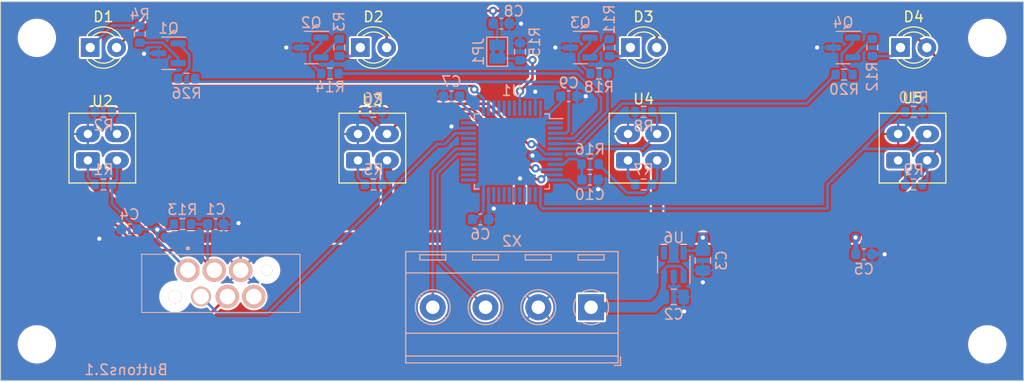
<source format=kicad_pcb>
(kicad_pcb (version 20221018) (generator pcbnew)
  (layers (0 "F.Cu" signal) (31 "B.Cu" signal) (34 "B.Paste" user) (35 "F.Paste" user) (36 "B.SilkS" user "B.Silkscreen") (37 "F.SilkS" user "F.Silkscreen") (38 "B.Mask" user) (39 "F.Mask" user) (44 "Edge.Cuts" user))
  (net 0 "")
  (net 1 "GNDD")
  (net 2 "+3.3V")
  (net 3 "Net-(U2-A)")
  (net 4 "/Pin0")
  (net 5 "/Light1")
  (net 6 "/Light0")
  (net 7 "Net-(U3-A)")
  (net 8 "/Pin1")
  (net 9 "Net-(U4-A)")
  (net 10 "/Pin2")
  (net 11 "Net-(U5-A)")
  (net 12 "/Pin3")
  (net 13 "/Light3")
  (net 14 "/Light2")
  (net 15 "Net-(U1-VDDA)")
  (net 30 "/USART1_CK")
  (net 31 "/USART1_TX")
  (net 32 "/USART1_RX")
  (net 35 "/SYS_SWDIO")
  (net 36 "/SYS_SWCLK")
  (net 46 "/5V")
  (net 47 "/NRST")
  (net 49 "Net-(D1-K)")
  (net 50 "Net-(D2-K)")
  (net 51 "Net-(D3-K)")
  (net 52 "Net-(D4-K)")
  (net 53 "Net-(JP1-B)")
  (net 54 "Net-(Q1-C)")
  (net 55 "Net-(Q1-B)")
  (net 56 "Net-(Q2-C)")
  (net 57 "Net-(Q2-B)")
  (net 58 "Net-(Q3-C)")
  (net 59 "Net-(Q3-B)")
  (net 60 "Net-(Q4-C)")
  (net 61 "Net-(Q4-B)")
  (footprint "MountingHole:MountingHole_3.2mm_M3" (layer "F.Cu") (at 92.09 117.07)
    (fp_text reference "H2" hide)
    (fp_text value "MountingHole" hide)
  )
  (footprint "Library:ITR20001" (layer "F.Cu") (at 123 99.36)
    (fp_text reference "U3")
    (fp_text value "ITR20001/T")
  )
  (footprint "LED_THT:LED_D3.0mm" (layer "F.Cu") (at 149.225 88.5)
    (fp_text reference "D3")
    (fp_text value "LED")
  )
  (footprint "MountingHole:MountingHole_3.2mm_M3" (layer "F.Cu") (at 183.58 117.07)
    (fp_text reference "H4" hide)
    (fp_text value "MountingHole" hide)
  )
  (footprint "MountingHole:MountingHole_3.2mm_M3" (layer "F.Cu") (at 92.09 87.57)
    (fp_text reference "H1" hide)
    (fp_text value "MountingHole" hide)
  )
  (footprint "LED_THT:LED_D3.0mm" (layer "F.Cu") (at 97.225 88.5)
    (fp_text reference "D1")
    (fp_text value "LED")
  )
  (footprint "Library:ITR20001" (layer "F.Cu") (at 97 99.36)
    (fp_text reference "U2")
    (fp_text value "ITR20001/T")
  )
  (footprint "Library:ITR20001" (layer "F.Cu") (at 149 99.36)
    (fp_text reference "U4")
    (fp_text value "ITR20001/T")
  )
  (footprint "Library:ITR20001" (layer "F.Cu") (at 175 99.36)
    (fp_text reference "U5")
    (fp_text value "ITR20001/T")
  )
  (footprint "LED_THT:LED_D3.0mm" (layer "F.Cu") (at 175.225 88.5)
    (fp_text reference "D4")
    (fp_text value "LED")
  )
  (footprint "LED_THT:LED_D3.0mm" (layer "F.Cu") (at 123.225 88.5)
    (fp_text reference "D2")
    (fp_text value "LED")
  )
  (footprint "MountingHole:MountingHole_3.2mm_M3" (layer "F.Cu") (at 183.58 87.57)
    (fp_text reference "H3" hide)
    (fp_text value "MountingHole" hide)
  )
  (footprint "Package_TO_SOT_SMD:SOT-23" (layer "B.Cu") (at 169.7 88.5 180)
    (fp_text reference "Q4")
    (fp_text value "NPN")
  )
  (footprint "Resistor_SMD:R_0603_1608Metric" (layer "B.Cu") (at 169.8 91.1)
    (fp_text reference "R20")
    (fp_text value "4.7kΩ")
  )
  (footprint "Resistor_SMD:R_0603_1608Metric" (layer "B.Cu") (at 124.5 101.68 180)
    (fp_text reference "R5")
    (fp_text value "470R")
  )
  (footprint "Resistor_SMD:R_0603_1608Metric" (layer "B.Cu") (at 120.3 91 180)
    (fp_text reference "R14")
    (fp_text value "4.7kΩ")
  )
  (footprint "Library:490107670612" (layer "B.Cu") (at 106.625 109.93 180)
    (fp_text reference "X1" hide)
    (fp_text value "CONN_6" hide)
  )
  (footprint "Capacitor_SMD:C_0603_1608Metric" (layer "B.Cu") (at 136.8 86.2)
    (fp_text reference "C8")
    (fp_text value "100n")
  )
  (footprint "Resistor_SMD:R_0603_1608Metric" (layer "B.Cu") (at 150.5 94.68 180)
    (fp_text reference "R8")
    (fp_text value "4K7")
  )
  (footprint "Jumper:SolderJumper-2_P1.3mm_Bridged2Bar_Pad1.0x1.5mm" (layer "B.Cu") (at 136.4 88.9 -90)
    (fp_text reference "JP1")
    (fp_text value "BOOT0")
  )
  (footprint "Resistor_SMD:R_0603_1608Metric" (layer "B.Cu") (at 172.51 88.5 -90)
    (fp_text reference "R12")
    (fp_text value "470Ω")
  )
  (footprint "Resistor_SMD:R_0603_1608Metric" (layer "B.Cu") (at 176.5 101.68 180)
    (fp_text reference "R9")
    (fp_text value "470R")
  )
  (footprint "Capacitor_SMD:C_0603_1608Metric" (layer "B.Cu") (at 145.33 101.22)
    (fp_text reference "C10")
    (fp_text value "100n")
  )
  (footprint "Capacitor_SMD:C_0603_1608Metric" (layer "B.Cu") (at 134.79 105.04)
    (fp_text reference "C6")
    (fp_text value "100n")
  )
  (footprint "Capacitor_SMD:C_0805_2012Metric" (layer "B.Cu") (at 156.2 109 -90)
    (fp_text reference "C3")
    (fp_text value "10u")
  )
  (footprint "Capacitor_SMD:C_0603_1608Metric" (layer "B.Cu") (at 132 93.2 180)
    (fp_text reference "C7")
    (fp_text value "100n")
  )
  (footprint "Package_TO_SOT_SMD:SOT-23" (layer "B.Cu") (at 144.4 88.5 180)
    (fp_text reference "Q3")
    (fp_text value "NPN")
  )
  (footprint "Package_QFP:LQFP-48_7x7mm_P0.5mm" (layer "B.Cu") (at 137.82 98.5 180)
    (fp_text reference "U1")
    (fp_text value "STM32L071CBTx")
  )
  (footprint "Resistor_SMD:R_0603_1608Metric" (layer "B.Cu") (at 124.5 94.68)
    (fp_text reference "R6")
    (fp_text value "4K7")
  )
  (footprint "Resistor_SMD:R_0603_1608Metric" (layer "B.Cu") (at 121.2 88.5 -90)
    (fp_text reference "R3")
    (fp_text value "470Ω")
  )
  (footprint "Capacitor_SMD:C_0603_1608Metric" (layer "B.Cu") (at 143.29 93.19)
    (fp_text reference "C9")
    (fp_text value "100n")
  )
  (footprint "Resistor_SMD:R_0603_1608Metric" (layer "B.Cu") (at 150.5 101.68 180)
    (fp_text reference "R7")
    (fp_text value "470R")
  )
  (footprint "Resistor_SMD:R_0603_1608Metric" (layer "B.Cu") (at 102 87.2 90)
    (fp_text reference "R4")
    (fp_text value "470Ω")
  )
  (footprint "Resistor_SMD:R_0603_1608Metric" (layer "B.Cu") (at 98.5 94.68 180)
    (fp_text reference "R2")
    (fp_text value "4K7")
  )
  (footprint "Package_TO_SOT_SMD:SOT-23-5" (layer "B.Cu") (at 153.4 109.4 90)
    (fp_text reference "U6")
    (fp_text value "MCP1824T-3302E/OT")
  )
  (footprint "Capacitor_SMD:C_0805_2012Metric" (layer "B.Cu") (at 153.4 112.5)
    (fp_text reference "C2")
    (fp_text value "10u")
  )
  (footprint "Resistor_SMD:R_0603_1608Metric" (layer "B.Cu") (at 145.33 99.72 180)
    (fp_text reference "R16")
    (fp_text value "4K7")
  )
  (footprint "Resistor_SMD:R_0603_1608Metric" (layer "B.Cu") (at 98.5 101.68 180)
    (fp_text reference "R1")
    (fp_text value "470R")
  )
  (footprint "Resistor_SMD:R_0603_1608Metric" (layer "B.Cu") (at 147.2 88.5 -90)
    (fp_text reference "R11")
    (fp_text value "470Ω")
  )
  (footprint "Resistor_SMD:R_0603_1608Metric" (layer "B.Cu") (at 138.6 88.9 -90)
    (fp_text reference "R15" hide)
    (fp_text value "1K")
  )
  (footprint "Resistor_SMD:R_0603_1608Metric" (layer "B.Cu") (at 146.2 91 180)
    (fp_text reference "R18")
    (fp_text value "4.7kΩ")
  )
  (footprint "Capacitor_SMD:C_0603_1608Metric" (layer "B.Cu") (at 109.3 105.5 180)
    (fp_text reference "C1")
    (fp_text value "100n")
  )
  (footprint "Package_TO_SOT_SMD:SOT-23" (layer "B.Cu") (at 118.5 88.5 180)
    (fp_text reference "Q2")
    (fp_text value "NPN")
  )
  (footprint "Capacitor_SMD:C_0603_1608Metric" (layer "B.Cu") (at 101 106 180)
    (fp_text reference "C4")
    (fp_text value "100n")
  )
  (footprint "Resistor_SMD:R_0603_1608Metric" (layer "B.Cu") (at 106.1 105.5)
    (fp_text reference "R13")
    (fp_text value "1K")
  )
  (footprint "TerminalBlock_RND:TerminalBlock_RND_205-00289_1x04_P5.08mm_Horizontal" (layer "B.Cu") (at 145.44 113.5 180)
    (fp_text reference "X2")
    (fp_text value "CONN_4")
  )
  (footprint "Resistor_SMD:R_0603_1608Metric" (layer "B.Cu") (at 106.5 91.5 180)
    (fp_text reference "R26")
    (fp_text value "4.7kΩ")
  )
  (footprint "Capacitor_SMD:C_0603_1608Metric" (layer "B.Cu") (at 171.7 108.4)
    (fp_text reference "C5")
    (fp_text value "100n")
  )
  (footprint "Resistor_SMD:R_0603_1608Metric" (layer "B.Cu") (at 176.5 94.68)
    (fp_text reference "R10")
    (fp_text value "4k7")
  )
  (footprint "Package_TO_SOT_SMD:SOT-23" (layer "B.Cu") (at 104.7625 89.05 180)
    (fp_text reference "Q1")
    (fp_text value "NPN")
  )
  (gr_rect (start 88.59 84.07) (end 187.08 120.57) (stroke (width 0.1)) (fill none) (layer "Edge.Cuts"))
  (gr_text "Buttons2.1" (at 104.8 120.1) (layer "B.SilkS") (effects (font (size 1 1)) (justify left bottom mirror)))
  (gr_text "R15\n" (at 140.6 86.4 90) (layer "B.SilkS") (effects (font (size 1 1)) (justify left bottom mirror)))
  (via (at 154.4 113.9) (size 0.8) (drill 0.4) (layers "F.Cu" "B.Cu") (net 1))
  (via (at 116.1 88.5) (size 0.8) (drill 0.4) (layers "F.Cu" "B.Cu") (net 1))
  (via (at 140.07 92.75) (size 0.8) (drill 0.4) (layers "F.Cu" "B.Cu") (net 1))
  (via (at 132 96.1) (size 0.8) (drill 0.4) (layers "F.Cu" "B.Cu") (net 1))
  (via (at 138.7 86.2) (size 0.8) (drill 0.4) (layers "F.Cu" "B.Cu") (net 1))
  (via (at 156.2 111.1) (size 0.8) (drill 0.4) (layers "F.Cu" "B.Cu") (net 1))
  (via (at 102.4 89.1) (size 0.8) (drill 0.4) (layers "F.Cu" "B.Cu") (net 1))
  (via (at 167.2 88.5) (size 0.8) (drill 0.4) (layers "F.Cu" "B.Cu") (net 1))
  (via (at 136.073601 103.9995) (size 0.8) (drill 0.4) (layers "F.Cu" "B.Cu") (net 1))
  (via (at 144.93 93.19) (size 0.8) (drill 0.4) (layers "F.Cu" "B.Cu") (net 1))
  (via (at 98.1 106.9) (size 0.8) (drill 0.4) (layers "F.Cu" "B.Cu") (net 1))
  (via (at 173.7 108.4) (size 0.8) (drill 0.4) (layers "F.Cu" "B.Cu") (net 1))
  (via (at 142 88.5) (size 0.8) (drill 0.4) (layers "F.Cu" "B.Cu") (net 1))
  (via (at 146.12 102.14) (size 0.8) (drill 0.4) (layers "F.Cu" "B.Cu") (net 1))
  (via (at 139.8 98.9) (size 0.8) (drill 0.4) (layers "F.Cu" "B.Cu") (net 1))
  (via (at 111.5 105.4) (size 0.8) (drill 0.4) (layers "F.Cu" "B.Cu") (net 1))
  (segment (start 132 96.1) (end 132.15 96.25) (width 0.25) (layer "B.Cu") (net 1))
  (segment (start 135.57 103.495899) (end 135.57 102.6625) (width 0.25) (layer "B.Cu") (net 1))
  (segment (start 110.075 105.5) (end 111.4 105.5) (width 0.25) (layer "B.Cu") (net 1))
  (segment (start 172.475 108.4) (end 173.7 108.4) (width 0.5) (layer "B.Cu") (net 1))
  (segment (start 154.35 112.5) (end 154.35 113.85) (width 0.25) (layer "B.Cu") (net 1))
  (segment (start 122.95 94.187538) (end 122.95 96.77) (width 0.25) (layer "B.Cu") (net 1))
  (segment (start 99 106) (end 98.1 106.9) (width 0.25) (layer "B.Cu") (net 1))
  (segment (start 146.105 101.22) (end 146.105 102.125) (width 0.25) (layer "B.Cu") (net 1))
  (segment (start 111.5 105.4) (end 111.705 105.605) (width 0.25) (layer "B.Cu") (net 1))
  (segment (start 125.325 94.68) (end 124.525 93.88) (width 0.25) (layer "B.Cu") (net 1))
  (segment (start 177.14 94.68) (end 177.325 94.68) (width 0.25) (layer "B.Cu") (net 1))
  (segment (start 144.93 93.19) (end 144.065 93.19) (width 0.25) (layer "B.Cu") (net 1))
  (segment (start 135.565 105.04) (end 135.565 104.508101) (width 0.25) (layer "B.Cu") (net 1))
  (segment (start 146.105 102.125) (end 146.12 102.14) (width 0.25) (layer "B.Cu") (net 1))
  (segment (start 117.5625 88.5) (end 116.1 88.5) (width 0.25) (layer "B.Cu") (net 1))
  (segment (start 153.4 111.55) (end 153.4 110.5375) (width 0.25) (layer "B.Cu") (net 1))
  (segment (start 97.675 94.68) (end 97.675 96.145) (width 0.25) (layer "B.Cu") (net 1))
  (segment (start 131.225 95.325) (end 131.225 93.2) (width 0.25) (layer "B.Cu") (net 1))
  (segment (start 135.565 104.508101) (end 136.073601 103.9995) (width 0.25) (layer "B.Cu") (net 1))
  (segment (start 111.4 105.5) (end 111.5 105.4) (width 0.25) (layer "B.Cu") (net 1))
  (segment (start 154.35 113.85) (end 154.4 113.9) (width 0.25) (layer "B.Cu") (net 1))
  (segment (start 138.6 86.3) (end 138.7 86.2) (width 0.25) (layer "B.Cu") (net 1))
  (segment (start 103.825 89.05) (end 102.45 89.05) (width 0.25) (layer "B.Cu") (net 1))
  (segment (start 123.257538 93.88) (end 122.95 94.187538) (width 0.25) (layer "B.Cu") (net 1))
  (segment (start 149.675 94.68) (end 149.675 96.145) (width 0.25) (layer "B.Cu") (net 1))
  (segment (start 138.7 86.2) (end 137.575 86.2) (width 0.25) (layer "B.Cu") (net 1))
  (segment (start 139.8 98.9) (end 140.15 99.25) (width 0.25) (layer "B.Cu") (net 1))
  (segment (start 140.15 99.25) (end 141.9825 99.25) (width 0.25) (layer "B.Cu") (net 1))
  (segment (start 124.525 93.88) (end 123.257538 93.88) (width 0.25) (layer "B.Cu") (net 1))
  (segment (start 140.07 94.3375) (end 140.07 92.75) (width 0.25) (layer "B.Cu") (net 1))
  (segment (start 143.4625 88.5) (end 142 88.5) (width 0.25) (layer "B.Cu") (net 1))
  (segment (start 132 96.1) (end 131.225 95.325) (width 0.25) (layer "B.Cu") (net 1))
  (segment (start 138.6 88.075) (end 138.6 86.3) (width 0.25) (layer "B.Cu") (net 1))
  (segment (start 175 96.82) (end 177.14 94.68) (width 0.25) (layer "B.Cu") (net 1))
  (segment (start 122.95 96.77) (end 123 96.82) (width 0.25) (layer "B.Cu") (net 1))
  (segment (start 111.705 105.605) (end 111.705 109.93) (width 0.25) (layer "B.Cu") (net 1))
  (segment (start 102.45 89.05) (end 102.4 89.1) (width 0.25) (layer "B.Cu") (net 1))
  (segment (start 154.35 112.5) (end 153.4 111.55) (width 0.25) (layer "B.Cu") (net 1))
  (segment (start 100.225 106) (end 99 106) (width 0.25) (layer "B.Cu") (net 1))
  (segment (start 156.2 109.95) (end 156.2 111.1) (width 0.25) (layer "B.Cu") (net 1))
  (segment (start 136.073601 103.9995) (end 135.57 103.495899) (width 0.25) (layer "B.Cu") (net 1))
  (segment (start 168.7625 88.5) (end 167.2 88.5) (width 0.25) (layer "B.Cu") (net 1))
  (segment (start 97.675 96.145) (end 97 96.82) (width 0.25) (layer "B.Cu") (net 1))
  (segment (start 132.15 96.25) (end 133.6575 96.25) (width 0.25) (layer "B.Cu") (net 1))
  (segment (start 149.675 96.145) (end 149 96.82) (width 0.25) (layer "B.Cu") (net 1))
  (segment (start 180.4 96.76) (end 177.8 99.36) (width 0.25) (layer "F.Cu") (net 2))
  (segment (start 123.23 106.79) (end 125.85 106.79) (width 1) (layer "F.Cu") (net 2))
  (segment (start 125.8 99.36) (end 125.8 106.74) (width 1) (layer "F.Cu") (net 2))
  (segment (start 100.97 103.31) (end 100.95 103.31) (width 1) (layer "F.Cu") (net 2))
  (segment (start 99.8 102.16) (end 99.8 99.36) (width 1) (layer "F.Cu") (net 2))
  (segment (start 141.7 106.79) (end 149.27 106.79) (width 1) (layer "F.Cu") (net 2))
  (segment (start 103.305 84.96) (end 125.74 84.96) (width 0.25) (layer "F.Cu") (net 2))
  (segment (start 177.8 99.58) (end 177.8 99.36) (width 1) (layer "F.Cu") (net 2))
  (segment (start 177.765 88.5) (end 180.4 91.135) (width 0.25) (layer "F.Cu") (net 2))
  (segment (start 123.2 106.76) (end 123.23 106.79) (width 0.25) (layer "F.Cu") (net 2))
  (segment (start 125.85 106.79) (end 141.7 106.79) (width 1) (layer "F.Cu") (net 2))
  (segment (start 99.765 88.5) (end 103.305 84.96) (width 0.25) (layer "F.Cu") (net 2))
  (segment (start 151.8 106.72) (end 151.73 106.79) (width 0.25) (layer "F.Cu") (net 2))
  (segment (start 177.765 88.5) (end 174.245 84.98) (width 0.25) (layer "F.Cu") (net 2))
  (segment (start 151.765 85.005) (end 151.765 88.5) (width 0.25) (layer "F.Cu") (net 2))
  (segment (start 170.9 106.79) (end 170.9 106.48) (width 1) (layer "F.Cu") (net 2))
  (segment (start 138.6 106.79) (end 141.7 106.79) (width 1) (layer "F.Cu") (net 2))
  (segment (start 103.68 106.02) (end 100.97 103.31) (width 1) (layer "F.Cu") (net 2))
  (segment (start 136 84.96) (end 125.74 84.96) (width 0.25) (layer "F.Cu") (net 2))
  (segment (start 180.4 91.135) (end 180.4 96.76) (width 0.25) (layer "F.Cu") (net 2))
  (segment (start 104.45 106.79) (end 123.23 106.79) (width 1) (layer "F.Cu") (net 2))
  (segment (start 103.68 106.02) (end 104.45 106.79) (width 1) (layer "F.Cu") (net 2))
  (segment (start 151.73 106.79) (end 170.9 106.79) (width 1) (layer "F.Cu") (net 2))
  (segment (start 174.245 84.98) (end 151.79 84.98) (width 0.25) (layer "F.Cu") (net 2))
  (segment (start 125.765 84.985) (end 125.765 88.5) (width 0.25) (layer "F.Cu") (net 2))
  (segment (start 125.74 84.96) (end 125.765 84.985) (width 0.25) (layer "F.Cu") (net 2))
  (segment (start 151.77 84.96) (end 136 84.96) (width 0.25) (layer "F.Cu") (net 2))
  (segment (start 100.95 103.31) (end 99.8 102.16) (width 1) (layer "F.Cu") (net 2))
  (segment (start 151.79 84.98) (end 151.765 85.005) (width 0.25) (layer "F.Cu") (net 2))
  (segment (start 138.6 101.1) (end 138.6 106.79) (width 1) (layer "F.Cu") (net 2))
  (segment (start 149.2 106.72) (end 149.27 106.79) (width 0.25) (layer "F.Cu") (net 2))
  (segment (start 149.27 106.79) (end 151.73 106.79) (width 1) (layer "F.Cu") (net 2))
  (segment (start 170.9 106.48) (end 177.8 99.58) (width 1) (layer "F.Cu") (net 2))
  (segment (start 151.8 99.36) (end 151.8 106.72) (width 1) (layer "F.Cu") (net 2))
  (segment (start 125.8 106.74) (end 125.85 106.79) (width 0.25) (layer "F.Cu") (net 2))
  (segment (start 151.79 84.98) (end 151.77 84.96) (width 0.25) (layer "F.Cu") (net 2))
  (via (at 103.68 106.02) (size 0.8) (drill 0.4) (layers "F.Cu" "B.Cu") (net 2))
  (via (at 138.6 101.1) (size 0.8) (drill 0.4) (layers "F.Cu" "B.Cu") (net 2))
  (via (at 156.2 106.7995) (size 0.8) (drill 0.4) (layers "F.Cu" "B.Cu") (net 2))
  (via (at 170.9 106.79) (size 0.8) (drill 0.4) (layers "F.Cu" "B.Cu") (net 2))
  (via (at 136 84.96) (size 0.8) (drill 0.4) (layers "F.Cu" "B.Cu") (net 2))
  (segment (start 170.925 108.4) (end 170.925 106.815) (width 0.5) (layer "B.Cu") (net 2))
  (segment (start 136.025 86.2) (end 136.025 84.985) (width 0.25) (layer "B.Cu") (net 2))
  (segment (start 177.8 99.36) (end 177.8 101.205) (width 0.25) (layer "B.Cu") (net 2))
  (segment (start 142.515 93.785) (end 141.21 95.09) (width 0.25) (layer "B.Cu") (net 2))
  (segment (start 99.8 101.205) (end 99.325 101.68) (width 0.25) (layer "B.Cu") (net 2))
  (segment (start 135.07 101.43) (end 135.1 101.4) (width 0.25) (layer "B.Cu") (net 2))
  (segment (start 156.2 108.05) (end 156.2 106.7995) (width 1) (layer "B.Cu") (net 2))
  (segment (start 136.025 84.985) (end 136 84.96) (width 0.25) (layer "B.Cu") (net 2))
  (segment (start 135.15 95.75) (end 135.2 95.8) (width 0.25) (layer "B.Cu") (net 2))
  (segment (start 132.775 93.2) (end 132.775 93.675) (width 0.25) (layer "B.Cu") (net 2))
  (segment (start 103.68 106.985) (end 103.68 106.02) (width 0.25) (layer "B.Cu") (net 2))
  (segment (start 170.925 106.815) (end 170.9 106.79) (width 0.25) (layer "B.Cu") (net 2))
  (segment (start 140.57 95.47) (end 140.85 95.75) (width 0.25) (layer "B.Cu") (net 2))
  (segment (start 136.4 88.25) (end 136.4 86.575) (width 0.25) (layer "B.Cu") (net 2))
  (segment (start 101.775 106) (end 103.66 106) (width 0.25) (layer "B.Cu") (net 2))
  (segment (start 132.775 93.675) (end 134.26 95.16) (width 0.25) (layer "B.Cu") (net 2))
  (segment (start 154.5625 108.05) (end 154.35 108.2625) (width 0.25) (layer "B.Cu") (net 2))
  (segment (start 177.8 101.205) (end 177.325 101.68) (width 0.25) (layer "B.Cu") (net 2))
  (segment (start 106.625 109.93) (end 103.68 106.985) (width 0.25) (layer "B.Cu") (net 2))
  (segment (start 135.07 102.6625) (end 135.07 101.43) (width 0.25) (layer "B.Cu") (net 2))
  (segment (start 99.8 99.36) (end 99.8 101.205) (width 0.25) (layer "B.Cu") (net 2))
  (segment (start 103.66 106) (end 103.68 106.02) (width 0.25) (layer "B.Cu") (net 2))
  (segment (start 151.8 101.205) (end 151.325 101.68) (width 0.25) (layer "B.Cu") (net 2))
  (segment (start 140.85 95.75) (end 141.9825 95.75) (width 0.25) (layer "B.Cu") (net 2))
  (segment (start 134.312182 105.04) (end 135.07 104.282182) (width 0.25) (layer "B.Cu") (net 2))
  (segment (start 142.515 93.19) (end 142.515 93.785) (width 0.25) (layer "B.Cu") (net 2))
  (segment (start 140.57 94.3375) (end 140.57 95.47) (width 0.25) (layer "B.Cu") (net 2))
  (segment (start 135.07 104.282182) (end 135.07 102.6625) (width 0.25) (layer "B.Cu") (net 2))
  (segment (start 177.32 101.68) (end 177.325 101.68) (width 0.25) (layer "B.Cu") (net 2))
  (segment (start 150.525 102.48) (end 151.325 101.68) (width 0.25) (layer "B.Cu") (net 2))
  (segment (start 151.8 99.36) (end 151.8 101.205) (width 0.25) (layer "B.Cu") (net 2))
  (segment (start 146.155 99.72) (end 148.915 102.48) (width 0.25) (layer "B.Cu") (net 2))
  (segment (start 156.2 108.05) (end 154.5625 108.05) (width 0.25) (layer "B.Cu") (net 2))
  (segment (start 136.4 86.575) (end 136.025 86.2) (width 0.25) (layer "B.Cu") (net 2))
  (segment (start 103.68 106.02) (end 104.755 106.02) (width 0.25) (layer "B.Cu") (net 2))
  (segment (start 99.325 101.68) (end 99.325 103.55) (width 0.25) (layer "B.Cu") (net 2))
  (segment (start 125.325 99.835) (end 125.8 99.36) (width 0.25) (layer "B.Cu") (net 2))
  (segment (start 134.015 105.04) (end 134.312182 105.04) (width 0.25) (layer "B.Cu") (net 2))
  (segment (start 99.325 103.55) (end 101.775 106) (width 0.25) (layer "B.Cu") (net 2))
  (segment (start 104.755 106.02) (end 105.275 105.5) (width 0.25) (layer "B.Cu") (net 2))
  (segment (start 125.325 101.68) (end 125.325 99.835) (width 0.25) (layer "B.Cu") (net 2))
  (segment (start 148.915 102.48) (end 150.525 102.48) (width 0.25) (layer "B.Cu") (net 2))
  (segment (start 133.6575 95.75) (end 135.15 95.75) (width 0.25) (layer "B.Cu") (net 2))
  (segment (start 134.26 95.16) (end 134.5 95.16) (width 0.25) (layer "B.Cu") (net 2))
  (segment (start 97 99.36) (end 97 101.005) (width 0.25) (layer "B.Cu") (net 3))
  (segment (start 97 101.005) (end 97.675 101.68) (width 0.25) (layer "B.Cu") (net 3))
  (segment (start 140.087338 100.127435) (end 139.727435 100.127435) (width 0.25) (layer "F.Cu") (net 4))
  (segment (start 134.03 94.43) (end 99.47 94.43) (width 0.25) (layer "F.Cu") (net 4))
  (segment (start 139.727435 100.127435) (end 134.03 94.43) (width 0.25) (layer "F.Cu") (net 4))
  (via (at 140.087338 100.127435) (size 0.8) (drill 0.4) (layers "F.Cu" "B.Cu") (net 4))
  (segment (start 140.087338 100.127435) (end 140.209903 100.25) (width 0.25) (layer "B.Cu") (net 4))
  (segment (start 99.325 96.345) (end 99.8 96.82) (width 0.25) (layer "B.Cu") (net 4))
  (segment (start 99.325 94.68) (end 99.325 96.345) (width 0.25) (layer "B.Cu") (net 4))
  (segment (start 140.209903 100.25) (end 141.9825 100.25) (width 0.25) (layer "B.Cu") (net 4))
  (segment (start 144.1 91) (end 146.4 93.3) (width 0.25) (layer "B.Cu") (net 5))
  (segment (start 146.4 93.3) (end 146.4 94.627208) (width 0.25) (layer "B.Cu") (net 5))
  (segment (start 146.4 94.627208) (end 143.777208 97.25) (width 0.25) (layer "B.Cu") (net 5))
  (segment (start 121.125 91) (end 144.1 91) (width 0.25) (layer "B.Cu") (net 5))
  (segment (start 143.777208 97.25) (end 141.9825 97.25) (width 0.25) (layer "B.Cu") (net 5))
  (segment (start 107.625 91.8) (end 142.377818 91.8) (width 0.25) (layer "B.Cu") (net 6))
  (segment (start 142.377818 91.8) (end 143.29 92.712182) (width 0.25) (layer "B.Cu") (net 6))
  (segment (start 107.325 91.5) (end 107.625 91.8) (width 0.25) (layer "B.Cu") (net 6))
  (segment (start 143.05 96.75) (end 141.9825 96.75) (width 0.25) (layer "B.Cu") (net 6))
  (segment (start 143.29 92.712182) (end 143.29 96.51) (width 0.25) (layer "B.Cu") (net 6))
  (segment (start 143.29 96.51) (end 143.05 96.75) (width 0.25) (layer "B.Cu") (net 6))
  (segment (start 123 101.005) (end 123.675 101.68) (width 0.25) (layer "B.Cu") (net 7))
  (segment (start 123 99.36) (end 123 101.005) (width 0.25) (layer "B.Cu") (net 7))
  (segment (start 127.74 94.88) (end 128.19 94.88) (width 0.25) (layer "F.Cu") (net 8))
  (segment (start 140.118209 101.182904) (end 140.6455 101.182904) (width 0.25) (layer "F.Cu") (net 8))
  (segment (start 128.19 94.88) (end 133.815305 94.88) (width 0.25) (layer "F.Cu") (net 8))
  (segment (start 125.8 96.82) (end 127.74 94.88) (width 0.25) (layer "F.Cu") (net 8))
  (segment (start 133.815305 94.88) (end 140.118209 101.182904) (width 0.25) (layer "F.Cu") (net 8))
  (via (at 140.6455 101.182904) (size 0.8) (drill 0.4) (layers "F.Cu" "B.Cu") (net 8))
  (segment (start 141.078404 100.75) (end 140.6455 101.182904) (width 0.25) (layer "B.Cu") (net 8))
  (segment (start 123.675 94.695) (end 125.8 96.82) (width 0.25) (layer "B.Cu") (net 8))
  (segment (start 141.9825 100.75) (end 141.078404 100.75) (width 0.25) (layer "B.Cu") (net 8))
  (segment (start 123.675 94.68) (end 123.675 94.695) (width 0.25) (layer "B.Cu") (net 8))
  (segment (start 149 99.36) (end 149 101.005) (width 0.25) (layer "B.Cu") (net 9))
  (segment (start 149 101.005) (end 149.675 101.68) (width 0.25) (layer "B.Cu") (net 9))
  (segment (start 143.64 101.55) (end 143.34 101.25) (width 0.25) (layer "B.Cu") (net 10))
  (segment (start 145.007818 102.02) (end 144.1 102.02) (width 0.25) (layer "B.Cu") (net 10))
  (segment (start 143.34 101.25) (end 141.9825 101.25) (width 0.25) (layer "B.Cu") (net 10))
  (segment (start 143.64 101.56) (end 143.64 101.55) (width 0.25) (layer "B.Cu") (net 10))
  (segment (start 151.8 96.82) (end 150.37 98.25) (width 0.25) (layer "B.Cu") (net 10))
  (segment (start 151.8 95.155) (end 151.325 94.68) (width 0.25) (layer "B.Cu") (net 10))
  (segment (start 146.407538 98.25) (end 145.33 99.327538) (width 0.25) (layer "B.Cu") (net 10))
  (segment (start 144.1 102.02) (end 143.64 101.56) (width 0.25) (layer "B.Cu") (net 10))
  (segment (start 145.33 99.327538) (end 145.33 101.697818) (width 0.25) (layer "B.Cu") (net 10))
  (segment (start 151.8 96.82) (end 151.8 95.155) (width 0.25) (layer "B.Cu") (net 10))
  (segment (start 150.37 98.25) (end 146.407538 98.25) (width 0.25) (layer "B.Cu") (net 10))
  (segment (start 145.33 101.697818) (end 145.007818 102.02) (width 0.25) (layer "B.Cu") (net 10))
  (segment (start 175.675 101.68) (end 175.675 100.035) (width 0.25) (layer "B.Cu") (net 11))
  (segment (start 175.675 100.035) (end 175 99.36) (width 0.25) (layer "B.Cu") (net 11))
  (segment (start 171.647204 98.25) (end 171.503602 98.393602) (width 0.25) (layer "B.Cu") (net 12))
  (segment (start 175.217204 94.68) (end 171.503602 98.393602) (width 0.25) (layer "B.Cu") (net 12))
  (segment (start 175.675 94.68) (end 175.217204 94.68) (width 0.25) (layer "B.Cu") (net 12))
  (segment (start 140.8 104) (end 140.57 103.77) (width 0.25) (layer "B.Cu") (net 12))
  (segment (start 171.503602 98.393602) (end 168.2 101.697204) (width 0.25) (layer "B.Cu") (net 12))
  (segment (start 175.675 94.695) (end 175.675 94.68) (width 0.25) (layer "B.Cu") (net 12))
  (segment (start 140.57 103.77) (end 140.57 102.6625) (width 0.25) (layer "B.Cu") (net 12))
  (segment (start 168.2 101.697204) (end 168.2 104) (width 0.25) (layer "B.Cu") (net 12))
  (segment (start 176.37 98.25) (end 171.647204 98.25) (width 0.25) (layer "B.Cu") (net 12))
  (segment (start 168.2 104) (end 140.8 104) (width 0.25) (layer "B.Cu") (net 12))
  (segment (start 177.8 96.82) (end 176.37 98.25) (width 0.25) (layer "B.Cu") (net 12))
  (segment (start 168.975 91.1) (end 166.195 93.88) (width 0.25) (layer "B.Cu") (net 13))
  (segment (start 148.42 93.88) (end 144.05 98.25) (width 0.25) (layer "B.Cu") (net 13))
  (segment (start 144.05 98.25) (end 141.9825 98.25) (width 0.25) (layer "B.Cu") (net 13))
  (segment (start 166.195 93.88) (end 148.42 93.88) (width 0.25) (layer "B.Cu") (net 13))
  (segment (start 141.9825 97.75) (end 143.913604 97.75) (width 0.25) (layer "B.Cu") (net 14))
  (segment (start 147.025 94.638604) (end 147.025 91) (width 0.25) (layer "B.Cu") (net 14))
  (segment (start 143.913604 97.75) (end 147.025 94.638604) (width 0.25) (layer "B.Cu") (net 14))
  (segment (start 144.015 99.23) (end 143.305686 99.23) (width 0.25) (layer "B.Cu") (net 15))
  (segment (start 144.555 101.22) (end 144.555 99.77) (width 0.25) (layer "B.Cu") (net 15))
  (segment (start 144.555 99.77) (end 144.505 99.72) (width 0.25) (layer "B.Cu") (net 15))
  (segment (start 144.505 99.72) (end 144.015 99.23) (width 0.25) (layer "B.Cu") (net 15))
  (segment (start 143.305686 99.23) (end 142.785686 99.75) (width 0.25) (layer "B.Cu") (net 15))
  (segment (start 142.785686 99.75) (end 141.9825 99.75) (width 0.25) (layer "B.Cu") (net 15))
  (segment (start 132.55 98.75) (end 130.65 100.65) (width 0.25) (layer "B.Cu") (net 31))
  (segment (start 133.6575 98.75) (end 132.55 98.75) (width 0.25) (layer "B.Cu") (net 31))
  (segment (start 130.65 100.65) (end 130.65 108.87) (width 0.25) (layer "B.Cu") (net 31))
  (segment (start 130.65 108.87) (end 135.28 113.5) (width 0.25) (layer "B.Cu") (net 31))
  (segment (start 132.413604 98.25) (end 130.2 100.463604) (width 0.25) (layer "B.Cu") (net 32))
  (segment (start 133.6575 98.25) (end 132.413604 98.25) (width 0.25) (layer "B.Cu") (net 32))
  (segment (start 130.2 100.463604) (end 130.2 113.5) (width 0.25) (layer "B.Cu") (net 32))
  (segment (start 114.3 114.1) (end 109.525 114.1) (width 0.25) (layer "B.Cu") (net 35))
  (segment (start 132.375305 96.75) (end 131.325305 97.8) (width 0.25) (layer "B.Cu") (net 35))
  (segment (start 109.525 114.1) (end 107.895 112.47) (width 0.25) (layer "B.Cu") (net 35))
  (segment (start 130.6 97.8) (end 114.3 114.1) (width 0.25) (layer "B.Cu") (net 35))
  (segment (start 131.325305 97.8) (end 130.6 97.8) (width 0.25) (layer "B.Cu") (net 35))
  (segment (start 133.6575 96.75) (end 132.375305 96.75) (width 0.25) (layer "B.Cu") (net 35))
  (segment (start 103.6 109.5) (end 94.45 100.35) (width 0.25) (layer "F.Cu") (net 36))
  (segment (start 98.03 92.2) (end 134.2 92.2) (width 0.25) (layer "F.Cu") (net 36))
  (segment (start 134.2 92.2) (end 134.2 92.5245) (width 0.25) (layer "F.Cu") (net 36))
  (segment (start 103.6 113.008452) (end 103.6 109.5) (width 0.25) (layer "F.Cu") (net 36))
  (segment (start 108.785 114.12) (end 104.711548 114.12) (width 0.25) (layer "F.Cu") (net 36))
  (segment (start 94.45 100.35) (end 94.45 95.78) (width 0.25) (layer "F.Cu") (net 36))
  (segment (start 110.435 112.47) (end 108.785 114.12) (width 0.25) (layer "F.Cu") (net 36))
  (segment (start 104.711548 114.12) (end 103.6 113.008452) (width 0.25) (layer "F.Cu") (net 36))
  (segment (start 94.45 95.78) (end 98.03 92.2) (width 0.25) (layer "F.Cu") (net 36))
  (via (at 134.2 92.5245) (size 0.8) (drill 0.4) (layers "F.Cu" "B.Cu") (net 36))
  (segment (start 135.07 93.3945) (end 134.2 92.5245) (width 0.25) (layer "B.Cu") (net 36))
  (segment (start 135.07 94.3375) (end 135.07 93.3945) (width 0.25) (layer "B.Cu") (net 36))
  (segment (start 154.35 109.875) (end 154.35 110.5375) (width 0.25) (layer "B.Cu") (net 46))
  (segment (start 152.45 112.5) (end 151.45 113.5) (width 1) (layer "B.Cu") (net 46))
  (segment (start 152.4 112.45) (end 152.4 110.5375) (width 0.5) (layer "B.Cu") (net 46))
  (segment (start 152.45 110.5375) (end 152.45 109.875) (width 0.25) (layer "B.Cu") (net 46))
  (segment (start 152.775 109.55) (end 154.025 109.55) (width 0.25) (layer "B.Cu") (net 46))
  (segment (start 151.45 113.5) (end 145.44 113.5) (width 1) (layer "B.Cu") (net 46))
  (segment (start 152.45 112.5) (end 152.4 112.45) (width 1) (layer "B.Cu") (net 46))
  (segment (start 152.45 109.875) (end 152.775 109.55) (width 0.25) (layer "B.Cu") (net 46))
  (segment (start 154.025 109.55) (end 154.35 109.875) (width 0.25) (layer "B.Cu") (net 46))
  (segment (start 94.9 100.1) (end 102.8 108) (width 0.25) (layer "F.Cu") (net 47))
  (segment (start 139.4 97.8) (end 135.515 93.915) (width 0.25) (layer "F.Cu") (net 47))
  (segment (start 102.8 108) (end 107.235 108) (width 0.25) (layer "F.Cu") (net 47))
  (segment (start 96.951396 93.915) (end 94.9 95.966396) (width 0.25) (layer "F.Cu") (net 47))
  (segment (start 135.515 93.915) (end 96.951396 93.915) (width 0.25) (layer "F.Cu") (net 47))
  (segment (start 107.235 108) (end 109.165 109.93) (width 0.25) (layer "F.Cu") (net 47))
  (segment (start 139.7 97.8) (end 139.4 97.8) (width 0.25) (layer "F.Cu") (net 47))
  (segment (start 94.9 95.966396) (end 94.9 100.1) (width 0.25) (layer "F.Cu") (net 47))
  (via (at 139.7 97.8) (size 0.8) (drill 0.4) (layers "F.Cu" "B.Cu") (net 47))
  (segment (start 108.525 105.5) (end 108.525 109.29) (width 0.25) (layer "B.Cu") (net 47))
  (segment (start 139.7 97.8) (end 140.090732 97.8) (width 0.25) (layer "B.Cu") (net 47))
  (segment (start 108.525 109.29) (end 109.165 109.93) (width 0.25) (layer "B.Cu") (net 47))
  (segment (start 106.925 105.5) (end 108.525 105.5) (width 0.25) (layer "B.Cu") (net 47))
  (segment (start 141.040732 98.75) (end 141.9825 98.75) (width 0.25) (layer "B.Cu") (net 47))
  (segment (start 140.090732 97.8) (end 141.040732 98.75) (width 0.25) (layer "B.Cu") (net 47))
  (segment (start 99.35 86.375) (end 97.225 88.5) (width 0.25) (layer "B.Cu") (net 49))
  (segment (start 102 86.375) (end 99.35 86.375) (width 0.25) (layer "B.Cu") (net 49))
  (segment (start 121.2 89.325) (end 122.4 89.325) (width 0.25) (layer "B.Cu") (net 50))
  (segment (start 122.4 89.325) (end 123.225 88.5) (width 0.25) (layer "B.Cu") (net 50))
  (segment (start 148.4 89.325) (end 149.225 88.5) (width 0.25) (layer "B.Cu") (net 51))
  (segment (start 147.2 89.325) (end 148.4 89.325) (width 0.25) (layer "B.Cu") (net 51))
  (segment (start 172.51 89.325) (end 174.4 89.325) (width 0.25) (layer "B.Cu") (net 52))
  (segment (start 174.4 89.325) (end 175.225 88.5) (width 0.25) (layer "B.Cu") (net 52))
  (segment (start 139.8 91.5) (end 138.6 92.7) (width 0.25) (layer "F.Cu") (net 53))
  (segment (start 139.8 89.7) (end 139.8 91.5) (width 0.25) (layer "F.Cu") (net 53))
  (via (at 138.6 92.7) (size 0.8) (drill 0.4) (layers "F.Cu" "B.Cu") (net 53))
  (via (at 139.8 89.7) (size 0.8) (drill 0.4) (layers "F.Cu" "B.Cu") (net 53))
  (segment (start 138.425 89.55) (end 138.6 89.725) (width 0.25) (layer "B.Cu") (net 53))
  (segment (start 139.775 89.725) (end 139.8 89.7) (width 0.25) (layer "B.Cu") (net 53))
  (segment (start 138.57 92.73) (end 138.57 94.3375) (width 0.25) (layer "B.Cu") (net 53))
  (segment (start 138.6 92.7) (end 138.57 92.73) (width 0.25) (layer "B.Cu") (net 53))
  (segment (start 138.6 89.725) (end 139.775 89.725) (width 0.25) (layer "B.Cu") (net 53))
  (segment (start 136.4 89.55) (end 138.425 89.55) (width 0.25) (layer "B.Cu") (net 53))
  (segment (start 105.7 89.515748) (end 105.7 90) (width 0.25) (layer "B.Cu") (net 54))
  (segment (start 104.209252 88.025) (end 105.7 89.515748) (width 0.25) (layer "B.Cu") (net 54))
  (segment (start 102 88.025) (end 104.209252 88.025) (width 0.25) (layer "B.Cu") (net 54))
  (segment (start 106.7625 89.1625) (end 106.7625 90.4125) (width 0.25) (layer "B.Cu") (net 55))
  (segment (start 105.625 88.025) (end 105.7 88.1) (width 0.25) (layer "B.Cu") (net 55))
  (segment (start 105.7 91.475) (end 105.675 91.5) (width 0.25) (layer "B.Cu") (net 55))
  (segment (start 106.7625 90.4125) (end 105.675 91.5) (width 0.25) (layer "B.Cu") (net 55))
  (segment (start 105.7 88.1) (end 106.7625 89.1625) (width 0.25) (layer "B.Cu") (net 55))
  (segment (start 121.2 87.6875) (end 121.2 87.675) (width 0.25) (layer "B.Cu") (net 56))
  (segment (start 119.4375 89.45) (end 121.2 87.6875) (width 0.25) (layer "B.Cu") (net 56))
  (segment (start 119.475 89.4875) (end 119.4375 89.45) (width 0.25) (layer "B.Cu") (net 56))
  (segment (start 119.4375 87.55) (end 119.4375 88.040748) (width 0.25) (layer "B.Cu") (net 57))
  (segment (start 119.4375 88.040748) (end 118.37 89.108248) (width 0.25) (layer "B.Cu") (net 57))
  (segment (start 119.5625 87.675) (end 119.4375 87.55) (width 0.25) (layer "B.Cu") (net 57))
  (segment (start 118.37 89.108248) (end 118.37 89.895) (width 0.25) (layer "B.Cu") (net 57))
  (segment (start 118.37 89.895) (end 119.475 91) (width 0.25) (layer "B.Cu") (net 57))
  (segment (start 145.375 89.4875) (end 145.3375 89.45) (width 0.25) (layer "B.Cu") (net 58))
  (segment (start 147.1125 87.675) (end 145.3375 89.45) (width 0.25) (layer "B.Cu") (net 58))
  (segment (start 147.2 87.675) (end 147.1125 87.675) (width 0.25) (layer "B.Cu") (net 58))
  (segment (start 145.4625 87.675) (end 145.3375 87.55) (width 0.25) (layer "B.Cu") (net 59))
  (segment (start 144.275 89.096752) (end 144.275 89.9) (width 0.25) (layer "B.Cu") (net 59))
  (segment (start 145.3375 88.034252) (end 144.275 89.096752) (width 0.25) (layer "B.Cu") (net 59))
  (segment (start 145.3375 87.55) (end 145.3375 88.034252) (width 0.25) (layer "B.Cu") (net 59))
  (segment (start 144.275 89.9) (end 145.375 91) (width 0.25) (layer "B.Cu") (net 59))
  (segment (start 170.6375 89.45) (end 172.4125 87.675) (width 0.25) (layer "B.Cu") (net 60))
  (segment (start 172.385 87.55) (end 172.51 87.675) (width 0.25) (layer "B.Cu") (net 60))
  (segment (start 172.4125 87.675) (end 172.51 87.675) (width 0.25) (layer "B.Cu") (net 60))
  (segment (start 170.6375 87.55) (end 170.6375 88.040748) (width 0.25) (layer "B.Cu") (net 61))
  (segment (start 169.575 90.05) (end 170.625 91.1) (width 0.25) (layer "B.Cu") (net 61))
  (segment (start 170.6375 91.0875) (end 170.625 91.1) (width 0.25) (layer "B.Cu") (net 61))
  (segment (start 169.575 89.103248) (end 169.575 90.05) (width 0.25) (layer "B.Cu") (net 61))
  (segment (start 170.6375 88.040748) (end 169.575 89.103248) (width 0.25) (layer "B.Cu") (net 61))
  (zone (net 1) (net_name "GNDD") (layers "F&B.Cu") (priority 1) (connect_pads (clearance 0.2)) (min_thickness 0.2) (fill yes (thermal_gap 0.2) (thermal_bridge_width 0.2))
    (polygon (pts (xy 88.59 84.07) (xy 187.08 84.07) (xy 187.08 120.57) (xy 88.59 120.57)))
  )
  (zone (net 2) (net_name "+3.3V") (layer "B.Cu") (priority 1) (connect_pads (clearance 0.2)) (min_thickness 0.2) (fill yes (thermal_gap 0.2) (thermal_bridge_width 0.2))
    (polygon (pts (xy 134.07 94.75) (xy 141.57 94.75) (xy 141.57 102.25) (xy 134.07 102.25)))
  )
)
</source>
